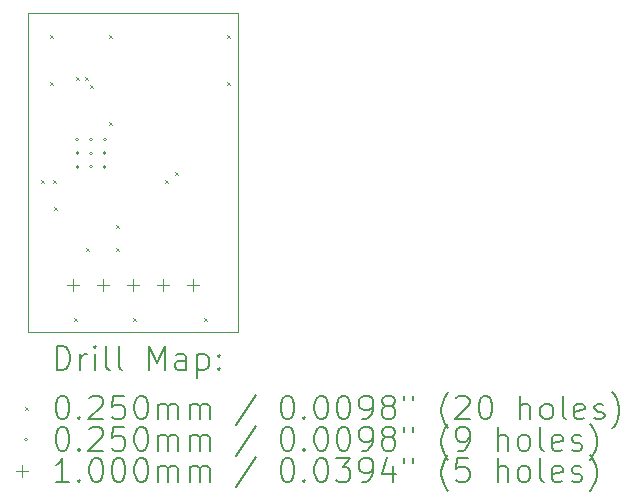
<source format=gbr>
%TF.GenerationSoftware,KiCad,Pcbnew,7.0.1*%
%TF.CreationDate,2023-05-11T16:25:53+02:00*%
%TF.ProjectId,Generic_Buck_Converter,47656e65-7269-4635-9f42-75636b5f436f,rev?*%
%TF.SameCoordinates,Original*%
%TF.FileFunction,Drillmap*%
%TF.FilePolarity,Positive*%
%FSLAX45Y45*%
G04 Gerber Fmt 4.5, Leading zero omitted, Abs format (unit mm)*
G04 Created by KiCad (PCBNEW 7.0.1) date 2023-05-11 16:25:53*
%MOMM*%
%LPD*%
G01*
G04 APERTURE LIST*
%ADD10C,0.100000*%
%ADD11C,0.200000*%
%ADD12C,0.025000*%
G04 APERTURE END LIST*
D10*
X10000000Y-10000000D02*
X11780000Y-10000000D01*
X11780000Y-12705000D01*
X10000000Y-12705000D01*
X10000000Y-10000000D01*
D11*
D12*
X10112500Y-11412500D02*
X10137500Y-11437500D01*
X10137500Y-11412500D02*
X10112500Y-11437500D01*
X10187500Y-10187500D02*
X10212500Y-10212500D01*
X10212500Y-10187500D02*
X10187500Y-10212500D01*
X10187500Y-10587500D02*
X10212500Y-10612500D01*
X10212500Y-10587500D02*
X10187500Y-10612500D01*
X10207500Y-11412500D02*
X10232500Y-11437500D01*
X10232500Y-11412500D02*
X10207500Y-11437500D01*
X10222500Y-11647500D02*
X10247500Y-11672500D01*
X10247500Y-11647500D02*
X10222500Y-11672500D01*
X10387500Y-12587500D02*
X10412500Y-12612500D01*
X10412500Y-12587500D02*
X10387500Y-12612500D01*
X10402500Y-10542500D02*
X10427500Y-10567500D01*
X10427500Y-10542500D02*
X10402500Y-10567500D01*
X10482500Y-10542500D02*
X10507500Y-10567500D01*
X10507500Y-10542500D02*
X10482500Y-10567500D01*
X10487500Y-11987500D02*
X10512500Y-12012500D01*
X10512500Y-11987500D02*
X10487500Y-12012500D01*
X10527500Y-10607500D02*
X10552500Y-10632500D01*
X10552500Y-10607500D02*
X10527500Y-10632500D01*
X10682500Y-10922500D02*
X10707500Y-10947500D01*
X10707500Y-10922500D02*
X10682500Y-10947500D01*
X10687500Y-10187500D02*
X10712500Y-10212500D01*
X10712500Y-10187500D02*
X10687500Y-10212500D01*
X10742500Y-11797500D02*
X10767500Y-11822500D01*
X10767500Y-11797500D02*
X10742500Y-11822500D01*
X10742500Y-11987500D02*
X10767500Y-12012500D01*
X10767500Y-11987500D02*
X10742500Y-12012500D01*
X10887500Y-12587500D02*
X10912500Y-12612500D01*
X10912500Y-12587500D02*
X10887500Y-12612500D01*
X11157500Y-11412500D02*
X11182500Y-11437500D01*
X11182500Y-11412500D02*
X11157500Y-11437500D01*
X11247500Y-11347500D02*
X11272500Y-11372500D01*
X11272500Y-11347500D02*
X11247500Y-11372500D01*
X11487500Y-12587500D02*
X11512500Y-12612500D01*
X11512500Y-12587500D02*
X11487500Y-12612500D01*
X11687500Y-10187500D02*
X11712500Y-10212500D01*
X11712500Y-10187500D02*
X11687500Y-10212500D01*
X11687500Y-10587500D02*
X11712500Y-10612500D01*
X11712500Y-10587500D02*
X11687500Y-10612500D01*
X10430000Y-11072500D02*
G75*
G03*
X10430000Y-11072500I-12500J0D01*
G01*
X10430000Y-11187500D02*
G75*
G03*
X10430000Y-11187500I-12500J0D01*
G01*
X10430000Y-11302500D02*
G75*
G03*
X10430000Y-11302500I-12500J0D01*
G01*
X10545000Y-11072500D02*
G75*
G03*
X10545000Y-11072500I-12500J0D01*
G01*
X10545000Y-11187500D02*
G75*
G03*
X10545000Y-11187500I-12500J0D01*
G01*
X10545000Y-11302500D02*
G75*
G03*
X10545000Y-11302500I-12500J0D01*
G01*
X10660000Y-11072500D02*
G75*
G03*
X10660000Y-11072500I-12500J0D01*
G01*
X10660000Y-11187500D02*
G75*
G03*
X10660000Y-11187500I-12500J0D01*
G01*
X10660000Y-11302500D02*
G75*
G03*
X10660000Y-11302500I-12500J0D01*
G01*
D10*
X10381500Y-12252500D02*
X10381500Y-12352500D01*
X10331500Y-12302500D02*
X10431500Y-12302500D01*
X10635500Y-12252500D02*
X10635500Y-12352500D01*
X10585500Y-12302500D02*
X10685500Y-12302500D01*
X10889500Y-12252500D02*
X10889500Y-12352500D01*
X10839500Y-12302500D02*
X10939500Y-12302500D01*
X11143500Y-12252500D02*
X11143500Y-12352500D01*
X11093500Y-12302500D02*
X11193500Y-12302500D01*
X11397500Y-12252500D02*
X11397500Y-12352500D01*
X11347500Y-12302500D02*
X11447500Y-12302500D01*
D11*
X10242619Y-13022524D02*
X10242619Y-12822524D01*
X10242619Y-12822524D02*
X10290238Y-12822524D01*
X10290238Y-12822524D02*
X10318810Y-12832048D01*
X10318810Y-12832048D02*
X10337857Y-12851095D01*
X10337857Y-12851095D02*
X10347381Y-12870143D01*
X10347381Y-12870143D02*
X10356905Y-12908238D01*
X10356905Y-12908238D02*
X10356905Y-12936809D01*
X10356905Y-12936809D02*
X10347381Y-12974905D01*
X10347381Y-12974905D02*
X10337857Y-12993952D01*
X10337857Y-12993952D02*
X10318810Y-13013000D01*
X10318810Y-13013000D02*
X10290238Y-13022524D01*
X10290238Y-13022524D02*
X10242619Y-13022524D01*
X10442619Y-13022524D02*
X10442619Y-12889190D01*
X10442619Y-12927286D02*
X10452143Y-12908238D01*
X10452143Y-12908238D02*
X10461667Y-12898714D01*
X10461667Y-12898714D02*
X10480714Y-12889190D01*
X10480714Y-12889190D02*
X10499762Y-12889190D01*
X10566429Y-13022524D02*
X10566429Y-12889190D01*
X10566429Y-12822524D02*
X10556905Y-12832048D01*
X10556905Y-12832048D02*
X10566429Y-12841571D01*
X10566429Y-12841571D02*
X10575952Y-12832048D01*
X10575952Y-12832048D02*
X10566429Y-12822524D01*
X10566429Y-12822524D02*
X10566429Y-12841571D01*
X10690238Y-13022524D02*
X10671190Y-13013000D01*
X10671190Y-13013000D02*
X10661667Y-12993952D01*
X10661667Y-12993952D02*
X10661667Y-12822524D01*
X10795000Y-13022524D02*
X10775952Y-13013000D01*
X10775952Y-13013000D02*
X10766429Y-12993952D01*
X10766429Y-12993952D02*
X10766429Y-12822524D01*
X11023571Y-13022524D02*
X11023571Y-12822524D01*
X11023571Y-12822524D02*
X11090238Y-12965381D01*
X11090238Y-12965381D02*
X11156905Y-12822524D01*
X11156905Y-12822524D02*
X11156905Y-13022524D01*
X11337857Y-13022524D02*
X11337857Y-12917762D01*
X11337857Y-12917762D02*
X11328333Y-12898714D01*
X11328333Y-12898714D02*
X11309286Y-12889190D01*
X11309286Y-12889190D02*
X11271190Y-12889190D01*
X11271190Y-12889190D02*
X11252143Y-12898714D01*
X11337857Y-13013000D02*
X11318809Y-13022524D01*
X11318809Y-13022524D02*
X11271190Y-13022524D01*
X11271190Y-13022524D02*
X11252143Y-13013000D01*
X11252143Y-13013000D02*
X11242619Y-12993952D01*
X11242619Y-12993952D02*
X11242619Y-12974905D01*
X11242619Y-12974905D02*
X11252143Y-12955857D01*
X11252143Y-12955857D02*
X11271190Y-12946333D01*
X11271190Y-12946333D02*
X11318809Y-12946333D01*
X11318809Y-12946333D02*
X11337857Y-12936809D01*
X11433095Y-12889190D02*
X11433095Y-13089190D01*
X11433095Y-12898714D02*
X11452143Y-12889190D01*
X11452143Y-12889190D02*
X11490238Y-12889190D01*
X11490238Y-12889190D02*
X11509286Y-12898714D01*
X11509286Y-12898714D02*
X11518809Y-12908238D01*
X11518809Y-12908238D02*
X11528333Y-12927286D01*
X11528333Y-12927286D02*
X11528333Y-12984428D01*
X11528333Y-12984428D02*
X11518809Y-13003476D01*
X11518809Y-13003476D02*
X11509286Y-13013000D01*
X11509286Y-13013000D02*
X11490238Y-13022524D01*
X11490238Y-13022524D02*
X11452143Y-13022524D01*
X11452143Y-13022524D02*
X11433095Y-13013000D01*
X11614048Y-13003476D02*
X11623571Y-13013000D01*
X11623571Y-13013000D02*
X11614048Y-13022524D01*
X11614048Y-13022524D02*
X11604524Y-13013000D01*
X11604524Y-13013000D02*
X11614048Y-13003476D01*
X11614048Y-13003476D02*
X11614048Y-13022524D01*
X11614048Y-12898714D02*
X11623571Y-12908238D01*
X11623571Y-12908238D02*
X11614048Y-12917762D01*
X11614048Y-12917762D02*
X11604524Y-12908238D01*
X11604524Y-12908238D02*
X11614048Y-12898714D01*
X11614048Y-12898714D02*
X11614048Y-12917762D01*
D12*
X9970000Y-13337500D02*
X9995000Y-13362500D01*
X9995000Y-13337500D02*
X9970000Y-13362500D01*
D11*
X10280714Y-13242524D02*
X10299762Y-13242524D01*
X10299762Y-13242524D02*
X10318810Y-13252048D01*
X10318810Y-13252048D02*
X10328333Y-13261571D01*
X10328333Y-13261571D02*
X10337857Y-13280619D01*
X10337857Y-13280619D02*
X10347381Y-13318714D01*
X10347381Y-13318714D02*
X10347381Y-13366333D01*
X10347381Y-13366333D02*
X10337857Y-13404428D01*
X10337857Y-13404428D02*
X10328333Y-13423476D01*
X10328333Y-13423476D02*
X10318810Y-13433000D01*
X10318810Y-13433000D02*
X10299762Y-13442524D01*
X10299762Y-13442524D02*
X10280714Y-13442524D01*
X10280714Y-13442524D02*
X10261667Y-13433000D01*
X10261667Y-13433000D02*
X10252143Y-13423476D01*
X10252143Y-13423476D02*
X10242619Y-13404428D01*
X10242619Y-13404428D02*
X10233095Y-13366333D01*
X10233095Y-13366333D02*
X10233095Y-13318714D01*
X10233095Y-13318714D02*
X10242619Y-13280619D01*
X10242619Y-13280619D02*
X10252143Y-13261571D01*
X10252143Y-13261571D02*
X10261667Y-13252048D01*
X10261667Y-13252048D02*
X10280714Y-13242524D01*
X10433095Y-13423476D02*
X10442619Y-13433000D01*
X10442619Y-13433000D02*
X10433095Y-13442524D01*
X10433095Y-13442524D02*
X10423571Y-13433000D01*
X10423571Y-13433000D02*
X10433095Y-13423476D01*
X10433095Y-13423476D02*
X10433095Y-13442524D01*
X10518810Y-13261571D02*
X10528333Y-13252048D01*
X10528333Y-13252048D02*
X10547381Y-13242524D01*
X10547381Y-13242524D02*
X10595000Y-13242524D01*
X10595000Y-13242524D02*
X10614048Y-13252048D01*
X10614048Y-13252048D02*
X10623571Y-13261571D01*
X10623571Y-13261571D02*
X10633095Y-13280619D01*
X10633095Y-13280619D02*
X10633095Y-13299667D01*
X10633095Y-13299667D02*
X10623571Y-13328238D01*
X10623571Y-13328238D02*
X10509286Y-13442524D01*
X10509286Y-13442524D02*
X10633095Y-13442524D01*
X10814048Y-13242524D02*
X10718810Y-13242524D01*
X10718810Y-13242524D02*
X10709286Y-13337762D01*
X10709286Y-13337762D02*
X10718810Y-13328238D01*
X10718810Y-13328238D02*
X10737857Y-13318714D01*
X10737857Y-13318714D02*
X10785476Y-13318714D01*
X10785476Y-13318714D02*
X10804524Y-13328238D01*
X10804524Y-13328238D02*
X10814048Y-13337762D01*
X10814048Y-13337762D02*
X10823571Y-13356809D01*
X10823571Y-13356809D02*
X10823571Y-13404428D01*
X10823571Y-13404428D02*
X10814048Y-13423476D01*
X10814048Y-13423476D02*
X10804524Y-13433000D01*
X10804524Y-13433000D02*
X10785476Y-13442524D01*
X10785476Y-13442524D02*
X10737857Y-13442524D01*
X10737857Y-13442524D02*
X10718810Y-13433000D01*
X10718810Y-13433000D02*
X10709286Y-13423476D01*
X10947381Y-13242524D02*
X10966429Y-13242524D01*
X10966429Y-13242524D02*
X10985476Y-13252048D01*
X10985476Y-13252048D02*
X10995000Y-13261571D01*
X10995000Y-13261571D02*
X11004524Y-13280619D01*
X11004524Y-13280619D02*
X11014048Y-13318714D01*
X11014048Y-13318714D02*
X11014048Y-13366333D01*
X11014048Y-13366333D02*
X11004524Y-13404428D01*
X11004524Y-13404428D02*
X10995000Y-13423476D01*
X10995000Y-13423476D02*
X10985476Y-13433000D01*
X10985476Y-13433000D02*
X10966429Y-13442524D01*
X10966429Y-13442524D02*
X10947381Y-13442524D01*
X10947381Y-13442524D02*
X10928333Y-13433000D01*
X10928333Y-13433000D02*
X10918810Y-13423476D01*
X10918810Y-13423476D02*
X10909286Y-13404428D01*
X10909286Y-13404428D02*
X10899762Y-13366333D01*
X10899762Y-13366333D02*
X10899762Y-13318714D01*
X10899762Y-13318714D02*
X10909286Y-13280619D01*
X10909286Y-13280619D02*
X10918810Y-13261571D01*
X10918810Y-13261571D02*
X10928333Y-13252048D01*
X10928333Y-13252048D02*
X10947381Y-13242524D01*
X11099762Y-13442524D02*
X11099762Y-13309190D01*
X11099762Y-13328238D02*
X11109286Y-13318714D01*
X11109286Y-13318714D02*
X11128333Y-13309190D01*
X11128333Y-13309190D02*
X11156905Y-13309190D01*
X11156905Y-13309190D02*
X11175952Y-13318714D01*
X11175952Y-13318714D02*
X11185476Y-13337762D01*
X11185476Y-13337762D02*
X11185476Y-13442524D01*
X11185476Y-13337762D02*
X11195000Y-13318714D01*
X11195000Y-13318714D02*
X11214048Y-13309190D01*
X11214048Y-13309190D02*
X11242619Y-13309190D01*
X11242619Y-13309190D02*
X11261667Y-13318714D01*
X11261667Y-13318714D02*
X11271190Y-13337762D01*
X11271190Y-13337762D02*
X11271190Y-13442524D01*
X11366429Y-13442524D02*
X11366429Y-13309190D01*
X11366429Y-13328238D02*
X11375952Y-13318714D01*
X11375952Y-13318714D02*
X11395000Y-13309190D01*
X11395000Y-13309190D02*
X11423571Y-13309190D01*
X11423571Y-13309190D02*
X11442619Y-13318714D01*
X11442619Y-13318714D02*
X11452143Y-13337762D01*
X11452143Y-13337762D02*
X11452143Y-13442524D01*
X11452143Y-13337762D02*
X11461667Y-13318714D01*
X11461667Y-13318714D02*
X11480714Y-13309190D01*
X11480714Y-13309190D02*
X11509286Y-13309190D01*
X11509286Y-13309190D02*
X11528333Y-13318714D01*
X11528333Y-13318714D02*
X11537857Y-13337762D01*
X11537857Y-13337762D02*
X11537857Y-13442524D01*
X11928333Y-13233000D02*
X11756905Y-13490143D01*
X12185476Y-13242524D02*
X12204524Y-13242524D01*
X12204524Y-13242524D02*
X12223572Y-13252048D01*
X12223572Y-13252048D02*
X12233095Y-13261571D01*
X12233095Y-13261571D02*
X12242619Y-13280619D01*
X12242619Y-13280619D02*
X12252143Y-13318714D01*
X12252143Y-13318714D02*
X12252143Y-13366333D01*
X12252143Y-13366333D02*
X12242619Y-13404428D01*
X12242619Y-13404428D02*
X12233095Y-13423476D01*
X12233095Y-13423476D02*
X12223572Y-13433000D01*
X12223572Y-13433000D02*
X12204524Y-13442524D01*
X12204524Y-13442524D02*
X12185476Y-13442524D01*
X12185476Y-13442524D02*
X12166429Y-13433000D01*
X12166429Y-13433000D02*
X12156905Y-13423476D01*
X12156905Y-13423476D02*
X12147381Y-13404428D01*
X12147381Y-13404428D02*
X12137857Y-13366333D01*
X12137857Y-13366333D02*
X12137857Y-13318714D01*
X12137857Y-13318714D02*
X12147381Y-13280619D01*
X12147381Y-13280619D02*
X12156905Y-13261571D01*
X12156905Y-13261571D02*
X12166429Y-13252048D01*
X12166429Y-13252048D02*
X12185476Y-13242524D01*
X12337857Y-13423476D02*
X12347381Y-13433000D01*
X12347381Y-13433000D02*
X12337857Y-13442524D01*
X12337857Y-13442524D02*
X12328333Y-13433000D01*
X12328333Y-13433000D02*
X12337857Y-13423476D01*
X12337857Y-13423476D02*
X12337857Y-13442524D01*
X12471191Y-13242524D02*
X12490238Y-13242524D01*
X12490238Y-13242524D02*
X12509286Y-13252048D01*
X12509286Y-13252048D02*
X12518810Y-13261571D01*
X12518810Y-13261571D02*
X12528333Y-13280619D01*
X12528333Y-13280619D02*
X12537857Y-13318714D01*
X12537857Y-13318714D02*
X12537857Y-13366333D01*
X12537857Y-13366333D02*
X12528333Y-13404428D01*
X12528333Y-13404428D02*
X12518810Y-13423476D01*
X12518810Y-13423476D02*
X12509286Y-13433000D01*
X12509286Y-13433000D02*
X12490238Y-13442524D01*
X12490238Y-13442524D02*
X12471191Y-13442524D01*
X12471191Y-13442524D02*
X12452143Y-13433000D01*
X12452143Y-13433000D02*
X12442619Y-13423476D01*
X12442619Y-13423476D02*
X12433095Y-13404428D01*
X12433095Y-13404428D02*
X12423572Y-13366333D01*
X12423572Y-13366333D02*
X12423572Y-13318714D01*
X12423572Y-13318714D02*
X12433095Y-13280619D01*
X12433095Y-13280619D02*
X12442619Y-13261571D01*
X12442619Y-13261571D02*
X12452143Y-13252048D01*
X12452143Y-13252048D02*
X12471191Y-13242524D01*
X12661667Y-13242524D02*
X12680714Y-13242524D01*
X12680714Y-13242524D02*
X12699762Y-13252048D01*
X12699762Y-13252048D02*
X12709286Y-13261571D01*
X12709286Y-13261571D02*
X12718810Y-13280619D01*
X12718810Y-13280619D02*
X12728333Y-13318714D01*
X12728333Y-13318714D02*
X12728333Y-13366333D01*
X12728333Y-13366333D02*
X12718810Y-13404428D01*
X12718810Y-13404428D02*
X12709286Y-13423476D01*
X12709286Y-13423476D02*
X12699762Y-13433000D01*
X12699762Y-13433000D02*
X12680714Y-13442524D01*
X12680714Y-13442524D02*
X12661667Y-13442524D01*
X12661667Y-13442524D02*
X12642619Y-13433000D01*
X12642619Y-13433000D02*
X12633095Y-13423476D01*
X12633095Y-13423476D02*
X12623572Y-13404428D01*
X12623572Y-13404428D02*
X12614048Y-13366333D01*
X12614048Y-13366333D02*
X12614048Y-13318714D01*
X12614048Y-13318714D02*
X12623572Y-13280619D01*
X12623572Y-13280619D02*
X12633095Y-13261571D01*
X12633095Y-13261571D02*
X12642619Y-13252048D01*
X12642619Y-13252048D02*
X12661667Y-13242524D01*
X12823572Y-13442524D02*
X12861667Y-13442524D01*
X12861667Y-13442524D02*
X12880714Y-13433000D01*
X12880714Y-13433000D02*
X12890238Y-13423476D01*
X12890238Y-13423476D02*
X12909286Y-13394905D01*
X12909286Y-13394905D02*
X12918810Y-13356809D01*
X12918810Y-13356809D02*
X12918810Y-13280619D01*
X12918810Y-13280619D02*
X12909286Y-13261571D01*
X12909286Y-13261571D02*
X12899762Y-13252048D01*
X12899762Y-13252048D02*
X12880714Y-13242524D01*
X12880714Y-13242524D02*
X12842619Y-13242524D01*
X12842619Y-13242524D02*
X12823572Y-13252048D01*
X12823572Y-13252048D02*
X12814048Y-13261571D01*
X12814048Y-13261571D02*
X12804524Y-13280619D01*
X12804524Y-13280619D02*
X12804524Y-13328238D01*
X12804524Y-13328238D02*
X12814048Y-13347286D01*
X12814048Y-13347286D02*
X12823572Y-13356809D01*
X12823572Y-13356809D02*
X12842619Y-13366333D01*
X12842619Y-13366333D02*
X12880714Y-13366333D01*
X12880714Y-13366333D02*
X12899762Y-13356809D01*
X12899762Y-13356809D02*
X12909286Y-13347286D01*
X12909286Y-13347286D02*
X12918810Y-13328238D01*
X13033095Y-13328238D02*
X13014048Y-13318714D01*
X13014048Y-13318714D02*
X13004524Y-13309190D01*
X13004524Y-13309190D02*
X12995000Y-13290143D01*
X12995000Y-13290143D02*
X12995000Y-13280619D01*
X12995000Y-13280619D02*
X13004524Y-13261571D01*
X13004524Y-13261571D02*
X13014048Y-13252048D01*
X13014048Y-13252048D02*
X13033095Y-13242524D01*
X13033095Y-13242524D02*
X13071191Y-13242524D01*
X13071191Y-13242524D02*
X13090238Y-13252048D01*
X13090238Y-13252048D02*
X13099762Y-13261571D01*
X13099762Y-13261571D02*
X13109286Y-13280619D01*
X13109286Y-13280619D02*
X13109286Y-13290143D01*
X13109286Y-13290143D02*
X13099762Y-13309190D01*
X13099762Y-13309190D02*
X13090238Y-13318714D01*
X13090238Y-13318714D02*
X13071191Y-13328238D01*
X13071191Y-13328238D02*
X13033095Y-13328238D01*
X13033095Y-13328238D02*
X13014048Y-13337762D01*
X13014048Y-13337762D02*
X13004524Y-13347286D01*
X13004524Y-13347286D02*
X12995000Y-13366333D01*
X12995000Y-13366333D02*
X12995000Y-13404428D01*
X12995000Y-13404428D02*
X13004524Y-13423476D01*
X13004524Y-13423476D02*
X13014048Y-13433000D01*
X13014048Y-13433000D02*
X13033095Y-13442524D01*
X13033095Y-13442524D02*
X13071191Y-13442524D01*
X13071191Y-13442524D02*
X13090238Y-13433000D01*
X13090238Y-13433000D02*
X13099762Y-13423476D01*
X13099762Y-13423476D02*
X13109286Y-13404428D01*
X13109286Y-13404428D02*
X13109286Y-13366333D01*
X13109286Y-13366333D02*
X13099762Y-13347286D01*
X13099762Y-13347286D02*
X13090238Y-13337762D01*
X13090238Y-13337762D02*
X13071191Y-13328238D01*
X13185476Y-13242524D02*
X13185476Y-13280619D01*
X13261667Y-13242524D02*
X13261667Y-13280619D01*
X13556905Y-13518714D02*
X13547381Y-13509190D01*
X13547381Y-13509190D02*
X13528334Y-13480619D01*
X13528334Y-13480619D02*
X13518810Y-13461571D01*
X13518810Y-13461571D02*
X13509286Y-13433000D01*
X13509286Y-13433000D02*
X13499762Y-13385381D01*
X13499762Y-13385381D02*
X13499762Y-13347286D01*
X13499762Y-13347286D02*
X13509286Y-13299667D01*
X13509286Y-13299667D02*
X13518810Y-13271095D01*
X13518810Y-13271095D02*
X13528334Y-13252048D01*
X13528334Y-13252048D02*
X13547381Y-13223476D01*
X13547381Y-13223476D02*
X13556905Y-13213952D01*
X13623572Y-13261571D02*
X13633095Y-13252048D01*
X13633095Y-13252048D02*
X13652143Y-13242524D01*
X13652143Y-13242524D02*
X13699762Y-13242524D01*
X13699762Y-13242524D02*
X13718810Y-13252048D01*
X13718810Y-13252048D02*
X13728334Y-13261571D01*
X13728334Y-13261571D02*
X13737857Y-13280619D01*
X13737857Y-13280619D02*
X13737857Y-13299667D01*
X13737857Y-13299667D02*
X13728334Y-13328238D01*
X13728334Y-13328238D02*
X13614048Y-13442524D01*
X13614048Y-13442524D02*
X13737857Y-13442524D01*
X13861667Y-13242524D02*
X13880715Y-13242524D01*
X13880715Y-13242524D02*
X13899762Y-13252048D01*
X13899762Y-13252048D02*
X13909286Y-13261571D01*
X13909286Y-13261571D02*
X13918810Y-13280619D01*
X13918810Y-13280619D02*
X13928334Y-13318714D01*
X13928334Y-13318714D02*
X13928334Y-13366333D01*
X13928334Y-13366333D02*
X13918810Y-13404428D01*
X13918810Y-13404428D02*
X13909286Y-13423476D01*
X13909286Y-13423476D02*
X13899762Y-13433000D01*
X13899762Y-13433000D02*
X13880715Y-13442524D01*
X13880715Y-13442524D02*
X13861667Y-13442524D01*
X13861667Y-13442524D02*
X13842619Y-13433000D01*
X13842619Y-13433000D02*
X13833095Y-13423476D01*
X13833095Y-13423476D02*
X13823572Y-13404428D01*
X13823572Y-13404428D02*
X13814048Y-13366333D01*
X13814048Y-13366333D02*
X13814048Y-13318714D01*
X13814048Y-13318714D02*
X13823572Y-13280619D01*
X13823572Y-13280619D02*
X13833095Y-13261571D01*
X13833095Y-13261571D02*
X13842619Y-13252048D01*
X13842619Y-13252048D02*
X13861667Y-13242524D01*
X14166429Y-13442524D02*
X14166429Y-13242524D01*
X14252143Y-13442524D02*
X14252143Y-13337762D01*
X14252143Y-13337762D02*
X14242619Y-13318714D01*
X14242619Y-13318714D02*
X14223572Y-13309190D01*
X14223572Y-13309190D02*
X14195000Y-13309190D01*
X14195000Y-13309190D02*
X14175953Y-13318714D01*
X14175953Y-13318714D02*
X14166429Y-13328238D01*
X14375953Y-13442524D02*
X14356905Y-13433000D01*
X14356905Y-13433000D02*
X14347381Y-13423476D01*
X14347381Y-13423476D02*
X14337857Y-13404428D01*
X14337857Y-13404428D02*
X14337857Y-13347286D01*
X14337857Y-13347286D02*
X14347381Y-13328238D01*
X14347381Y-13328238D02*
X14356905Y-13318714D01*
X14356905Y-13318714D02*
X14375953Y-13309190D01*
X14375953Y-13309190D02*
X14404524Y-13309190D01*
X14404524Y-13309190D02*
X14423572Y-13318714D01*
X14423572Y-13318714D02*
X14433096Y-13328238D01*
X14433096Y-13328238D02*
X14442619Y-13347286D01*
X14442619Y-13347286D02*
X14442619Y-13404428D01*
X14442619Y-13404428D02*
X14433096Y-13423476D01*
X14433096Y-13423476D02*
X14423572Y-13433000D01*
X14423572Y-13433000D02*
X14404524Y-13442524D01*
X14404524Y-13442524D02*
X14375953Y-13442524D01*
X14556905Y-13442524D02*
X14537857Y-13433000D01*
X14537857Y-13433000D02*
X14528334Y-13413952D01*
X14528334Y-13413952D02*
X14528334Y-13242524D01*
X14709286Y-13433000D02*
X14690238Y-13442524D01*
X14690238Y-13442524D02*
X14652143Y-13442524D01*
X14652143Y-13442524D02*
X14633096Y-13433000D01*
X14633096Y-13433000D02*
X14623572Y-13413952D01*
X14623572Y-13413952D02*
X14623572Y-13337762D01*
X14623572Y-13337762D02*
X14633096Y-13318714D01*
X14633096Y-13318714D02*
X14652143Y-13309190D01*
X14652143Y-13309190D02*
X14690238Y-13309190D01*
X14690238Y-13309190D02*
X14709286Y-13318714D01*
X14709286Y-13318714D02*
X14718810Y-13337762D01*
X14718810Y-13337762D02*
X14718810Y-13356809D01*
X14718810Y-13356809D02*
X14623572Y-13375857D01*
X14795000Y-13433000D02*
X14814048Y-13442524D01*
X14814048Y-13442524D02*
X14852143Y-13442524D01*
X14852143Y-13442524D02*
X14871191Y-13433000D01*
X14871191Y-13433000D02*
X14880715Y-13413952D01*
X14880715Y-13413952D02*
X14880715Y-13404428D01*
X14880715Y-13404428D02*
X14871191Y-13385381D01*
X14871191Y-13385381D02*
X14852143Y-13375857D01*
X14852143Y-13375857D02*
X14823572Y-13375857D01*
X14823572Y-13375857D02*
X14804524Y-13366333D01*
X14804524Y-13366333D02*
X14795000Y-13347286D01*
X14795000Y-13347286D02*
X14795000Y-13337762D01*
X14795000Y-13337762D02*
X14804524Y-13318714D01*
X14804524Y-13318714D02*
X14823572Y-13309190D01*
X14823572Y-13309190D02*
X14852143Y-13309190D01*
X14852143Y-13309190D02*
X14871191Y-13318714D01*
X14947381Y-13518714D02*
X14956905Y-13509190D01*
X14956905Y-13509190D02*
X14975953Y-13480619D01*
X14975953Y-13480619D02*
X14985477Y-13461571D01*
X14985477Y-13461571D02*
X14995000Y-13433000D01*
X14995000Y-13433000D02*
X15004524Y-13385381D01*
X15004524Y-13385381D02*
X15004524Y-13347286D01*
X15004524Y-13347286D02*
X14995000Y-13299667D01*
X14995000Y-13299667D02*
X14985477Y-13271095D01*
X14985477Y-13271095D02*
X14975953Y-13252048D01*
X14975953Y-13252048D02*
X14956905Y-13223476D01*
X14956905Y-13223476D02*
X14947381Y-13213952D01*
D12*
X9995000Y-13614000D02*
G75*
G03*
X9995000Y-13614000I-12500J0D01*
G01*
D11*
X10280714Y-13506524D02*
X10299762Y-13506524D01*
X10299762Y-13506524D02*
X10318810Y-13516048D01*
X10318810Y-13516048D02*
X10328333Y-13525571D01*
X10328333Y-13525571D02*
X10337857Y-13544619D01*
X10337857Y-13544619D02*
X10347381Y-13582714D01*
X10347381Y-13582714D02*
X10347381Y-13630333D01*
X10347381Y-13630333D02*
X10337857Y-13668428D01*
X10337857Y-13668428D02*
X10328333Y-13687476D01*
X10328333Y-13687476D02*
X10318810Y-13697000D01*
X10318810Y-13697000D02*
X10299762Y-13706524D01*
X10299762Y-13706524D02*
X10280714Y-13706524D01*
X10280714Y-13706524D02*
X10261667Y-13697000D01*
X10261667Y-13697000D02*
X10252143Y-13687476D01*
X10252143Y-13687476D02*
X10242619Y-13668428D01*
X10242619Y-13668428D02*
X10233095Y-13630333D01*
X10233095Y-13630333D02*
X10233095Y-13582714D01*
X10233095Y-13582714D02*
X10242619Y-13544619D01*
X10242619Y-13544619D02*
X10252143Y-13525571D01*
X10252143Y-13525571D02*
X10261667Y-13516048D01*
X10261667Y-13516048D02*
X10280714Y-13506524D01*
X10433095Y-13687476D02*
X10442619Y-13697000D01*
X10442619Y-13697000D02*
X10433095Y-13706524D01*
X10433095Y-13706524D02*
X10423571Y-13697000D01*
X10423571Y-13697000D02*
X10433095Y-13687476D01*
X10433095Y-13687476D02*
X10433095Y-13706524D01*
X10518810Y-13525571D02*
X10528333Y-13516048D01*
X10528333Y-13516048D02*
X10547381Y-13506524D01*
X10547381Y-13506524D02*
X10595000Y-13506524D01*
X10595000Y-13506524D02*
X10614048Y-13516048D01*
X10614048Y-13516048D02*
X10623571Y-13525571D01*
X10623571Y-13525571D02*
X10633095Y-13544619D01*
X10633095Y-13544619D02*
X10633095Y-13563667D01*
X10633095Y-13563667D02*
X10623571Y-13592238D01*
X10623571Y-13592238D02*
X10509286Y-13706524D01*
X10509286Y-13706524D02*
X10633095Y-13706524D01*
X10814048Y-13506524D02*
X10718810Y-13506524D01*
X10718810Y-13506524D02*
X10709286Y-13601762D01*
X10709286Y-13601762D02*
X10718810Y-13592238D01*
X10718810Y-13592238D02*
X10737857Y-13582714D01*
X10737857Y-13582714D02*
X10785476Y-13582714D01*
X10785476Y-13582714D02*
X10804524Y-13592238D01*
X10804524Y-13592238D02*
X10814048Y-13601762D01*
X10814048Y-13601762D02*
X10823571Y-13620809D01*
X10823571Y-13620809D02*
X10823571Y-13668428D01*
X10823571Y-13668428D02*
X10814048Y-13687476D01*
X10814048Y-13687476D02*
X10804524Y-13697000D01*
X10804524Y-13697000D02*
X10785476Y-13706524D01*
X10785476Y-13706524D02*
X10737857Y-13706524D01*
X10737857Y-13706524D02*
X10718810Y-13697000D01*
X10718810Y-13697000D02*
X10709286Y-13687476D01*
X10947381Y-13506524D02*
X10966429Y-13506524D01*
X10966429Y-13506524D02*
X10985476Y-13516048D01*
X10985476Y-13516048D02*
X10995000Y-13525571D01*
X10995000Y-13525571D02*
X11004524Y-13544619D01*
X11004524Y-13544619D02*
X11014048Y-13582714D01*
X11014048Y-13582714D02*
X11014048Y-13630333D01*
X11014048Y-13630333D02*
X11004524Y-13668428D01*
X11004524Y-13668428D02*
X10995000Y-13687476D01*
X10995000Y-13687476D02*
X10985476Y-13697000D01*
X10985476Y-13697000D02*
X10966429Y-13706524D01*
X10966429Y-13706524D02*
X10947381Y-13706524D01*
X10947381Y-13706524D02*
X10928333Y-13697000D01*
X10928333Y-13697000D02*
X10918810Y-13687476D01*
X10918810Y-13687476D02*
X10909286Y-13668428D01*
X10909286Y-13668428D02*
X10899762Y-13630333D01*
X10899762Y-13630333D02*
X10899762Y-13582714D01*
X10899762Y-13582714D02*
X10909286Y-13544619D01*
X10909286Y-13544619D02*
X10918810Y-13525571D01*
X10918810Y-13525571D02*
X10928333Y-13516048D01*
X10928333Y-13516048D02*
X10947381Y-13506524D01*
X11099762Y-13706524D02*
X11099762Y-13573190D01*
X11099762Y-13592238D02*
X11109286Y-13582714D01*
X11109286Y-13582714D02*
X11128333Y-13573190D01*
X11128333Y-13573190D02*
X11156905Y-13573190D01*
X11156905Y-13573190D02*
X11175952Y-13582714D01*
X11175952Y-13582714D02*
X11185476Y-13601762D01*
X11185476Y-13601762D02*
X11185476Y-13706524D01*
X11185476Y-13601762D02*
X11195000Y-13582714D01*
X11195000Y-13582714D02*
X11214048Y-13573190D01*
X11214048Y-13573190D02*
X11242619Y-13573190D01*
X11242619Y-13573190D02*
X11261667Y-13582714D01*
X11261667Y-13582714D02*
X11271190Y-13601762D01*
X11271190Y-13601762D02*
X11271190Y-13706524D01*
X11366429Y-13706524D02*
X11366429Y-13573190D01*
X11366429Y-13592238D02*
X11375952Y-13582714D01*
X11375952Y-13582714D02*
X11395000Y-13573190D01*
X11395000Y-13573190D02*
X11423571Y-13573190D01*
X11423571Y-13573190D02*
X11442619Y-13582714D01*
X11442619Y-13582714D02*
X11452143Y-13601762D01*
X11452143Y-13601762D02*
X11452143Y-13706524D01*
X11452143Y-13601762D02*
X11461667Y-13582714D01*
X11461667Y-13582714D02*
X11480714Y-13573190D01*
X11480714Y-13573190D02*
X11509286Y-13573190D01*
X11509286Y-13573190D02*
X11528333Y-13582714D01*
X11528333Y-13582714D02*
X11537857Y-13601762D01*
X11537857Y-13601762D02*
X11537857Y-13706524D01*
X11928333Y-13497000D02*
X11756905Y-13754143D01*
X12185476Y-13506524D02*
X12204524Y-13506524D01*
X12204524Y-13506524D02*
X12223572Y-13516048D01*
X12223572Y-13516048D02*
X12233095Y-13525571D01*
X12233095Y-13525571D02*
X12242619Y-13544619D01*
X12242619Y-13544619D02*
X12252143Y-13582714D01*
X12252143Y-13582714D02*
X12252143Y-13630333D01*
X12252143Y-13630333D02*
X12242619Y-13668428D01*
X12242619Y-13668428D02*
X12233095Y-13687476D01*
X12233095Y-13687476D02*
X12223572Y-13697000D01*
X12223572Y-13697000D02*
X12204524Y-13706524D01*
X12204524Y-13706524D02*
X12185476Y-13706524D01*
X12185476Y-13706524D02*
X12166429Y-13697000D01*
X12166429Y-13697000D02*
X12156905Y-13687476D01*
X12156905Y-13687476D02*
X12147381Y-13668428D01*
X12147381Y-13668428D02*
X12137857Y-13630333D01*
X12137857Y-13630333D02*
X12137857Y-13582714D01*
X12137857Y-13582714D02*
X12147381Y-13544619D01*
X12147381Y-13544619D02*
X12156905Y-13525571D01*
X12156905Y-13525571D02*
X12166429Y-13516048D01*
X12166429Y-13516048D02*
X12185476Y-13506524D01*
X12337857Y-13687476D02*
X12347381Y-13697000D01*
X12347381Y-13697000D02*
X12337857Y-13706524D01*
X12337857Y-13706524D02*
X12328333Y-13697000D01*
X12328333Y-13697000D02*
X12337857Y-13687476D01*
X12337857Y-13687476D02*
X12337857Y-13706524D01*
X12471191Y-13506524D02*
X12490238Y-13506524D01*
X12490238Y-13506524D02*
X12509286Y-13516048D01*
X12509286Y-13516048D02*
X12518810Y-13525571D01*
X12518810Y-13525571D02*
X12528333Y-13544619D01*
X12528333Y-13544619D02*
X12537857Y-13582714D01*
X12537857Y-13582714D02*
X12537857Y-13630333D01*
X12537857Y-13630333D02*
X12528333Y-13668428D01*
X12528333Y-13668428D02*
X12518810Y-13687476D01*
X12518810Y-13687476D02*
X12509286Y-13697000D01*
X12509286Y-13697000D02*
X12490238Y-13706524D01*
X12490238Y-13706524D02*
X12471191Y-13706524D01*
X12471191Y-13706524D02*
X12452143Y-13697000D01*
X12452143Y-13697000D02*
X12442619Y-13687476D01*
X12442619Y-13687476D02*
X12433095Y-13668428D01*
X12433095Y-13668428D02*
X12423572Y-13630333D01*
X12423572Y-13630333D02*
X12423572Y-13582714D01*
X12423572Y-13582714D02*
X12433095Y-13544619D01*
X12433095Y-13544619D02*
X12442619Y-13525571D01*
X12442619Y-13525571D02*
X12452143Y-13516048D01*
X12452143Y-13516048D02*
X12471191Y-13506524D01*
X12661667Y-13506524D02*
X12680714Y-13506524D01*
X12680714Y-13506524D02*
X12699762Y-13516048D01*
X12699762Y-13516048D02*
X12709286Y-13525571D01*
X12709286Y-13525571D02*
X12718810Y-13544619D01*
X12718810Y-13544619D02*
X12728333Y-13582714D01*
X12728333Y-13582714D02*
X12728333Y-13630333D01*
X12728333Y-13630333D02*
X12718810Y-13668428D01*
X12718810Y-13668428D02*
X12709286Y-13687476D01*
X12709286Y-13687476D02*
X12699762Y-13697000D01*
X12699762Y-13697000D02*
X12680714Y-13706524D01*
X12680714Y-13706524D02*
X12661667Y-13706524D01*
X12661667Y-13706524D02*
X12642619Y-13697000D01*
X12642619Y-13697000D02*
X12633095Y-13687476D01*
X12633095Y-13687476D02*
X12623572Y-13668428D01*
X12623572Y-13668428D02*
X12614048Y-13630333D01*
X12614048Y-13630333D02*
X12614048Y-13582714D01*
X12614048Y-13582714D02*
X12623572Y-13544619D01*
X12623572Y-13544619D02*
X12633095Y-13525571D01*
X12633095Y-13525571D02*
X12642619Y-13516048D01*
X12642619Y-13516048D02*
X12661667Y-13506524D01*
X12823572Y-13706524D02*
X12861667Y-13706524D01*
X12861667Y-13706524D02*
X12880714Y-13697000D01*
X12880714Y-13697000D02*
X12890238Y-13687476D01*
X12890238Y-13687476D02*
X12909286Y-13658905D01*
X12909286Y-13658905D02*
X12918810Y-13620809D01*
X12918810Y-13620809D02*
X12918810Y-13544619D01*
X12918810Y-13544619D02*
X12909286Y-13525571D01*
X12909286Y-13525571D02*
X12899762Y-13516048D01*
X12899762Y-13516048D02*
X12880714Y-13506524D01*
X12880714Y-13506524D02*
X12842619Y-13506524D01*
X12842619Y-13506524D02*
X12823572Y-13516048D01*
X12823572Y-13516048D02*
X12814048Y-13525571D01*
X12814048Y-13525571D02*
X12804524Y-13544619D01*
X12804524Y-13544619D02*
X12804524Y-13592238D01*
X12804524Y-13592238D02*
X12814048Y-13611286D01*
X12814048Y-13611286D02*
X12823572Y-13620809D01*
X12823572Y-13620809D02*
X12842619Y-13630333D01*
X12842619Y-13630333D02*
X12880714Y-13630333D01*
X12880714Y-13630333D02*
X12899762Y-13620809D01*
X12899762Y-13620809D02*
X12909286Y-13611286D01*
X12909286Y-13611286D02*
X12918810Y-13592238D01*
X13033095Y-13592238D02*
X13014048Y-13582714D01*
X13014048Y-13582714D02*
X13004524Y-13573190D01*
X13004524Y-13573190D02*
X12995000Y-13554143D01*
X12995000Y-13554143D02*
X12995000Y-13544619D01*
X12995000Y-13544619D02*
X13004524Y-13525571D01*
X13004524Y-13525571D02*
X13014048Y-13516048D01*
X13014048Y-13516048D02*
X13033095Y-13506524D01*
X13033095Y-13506524D02*
X13071191Y-13506524D01*
X13071191Y-13506524D02*
X13090238Y-13516048D01*
X13090238Y-13516048D02*
X13099762Y-13525571D01*
X13099762Y-13525571D02*
X13109286Y-13544619D01*
X13109286Y-13544619D02*
X13109286Y-13554143D01*
X13109286Y-13554143D02*
X13099762Y-13573190D01*
X13099762Y-13573190D02*
X13090238Y-13582714D01*
X13090238Y-13582714D02*
X13071191Y-13592238D01*
X13071191Y-13592238D02*
X13033095Y-13592238D01*
X13033095Y-13592238D02*
X13014048Y-13601762D01*
X13014048Y-13601762D02*
X13004524Y-13611286D01*
X13004524Y-13611286D02*
X12995000Y-13630333D01*
X12995000Y-13630333D02*
X12995000Y-13668428D01*
X12995000Y-13668428D02*
X13004524Y-13687476D01*
X13004524Y-13687476D02*
X13014048Y-13697000D01*
X13014048Y-13697000D02*
X13033095Y-13706524D01*
X13033095Y-13706524D02*
X13071191Y-13706524D01*
X13071191Y-13706524D02*
X13090238Y-13697000D01*
X13090238Y-13697000D02*
X13099762Y-13687476D01*
X13099762Y-13687476D02*
X13109286Y-13668428D01*
X13109286Y-13668428D02*
X13109286Y-13630333D01*
X13109286Y-13630333D02*
X13099762Y-13611286D01*
X13099762Y-13611286D02*
X13090238Y-13601762D01*
X13090238Y-13601762D02*
X13071191Y-13592238D01*
X13185476Y-13506524D02*
X13185476Y-13544619D01*
X13261667Y-13506524D02*
X13261667Y-13544619D01*
X13556905Y-13782714D02*
X13547381Y-13773190D01*
X13547381Y-13773190D02*
X13528334Y-13744619D01*
X13528334Y-13744619D02*
X13518810Y-13725571D01*
X13518810Y-13725571D02*
X13509286Y-13697000D01*
X13509286Y-13697000D02*
X13499762Y-13649381D01*
X13499762Y-13649381D02*
X13499762Y-13611286D01*
X13499762Y-13611286D02*
X13509286Y-13563667D01*
X13509286Y-13563667D02*
X13518810Y-13535095D01*
X13518810Y-13535095D02*
X13528334Y-13516048D01*
X13528334Y-13516048D02*
X13547381Y-13487476D01*
X13547381Y-13487476D02*
X13556905Y-13477952D01*
X13642619Y-13706524D02*
X13680714Y-13706524D01*
X13680714Y-13706524D02*
X13699762Y-13697000D01*
X13699762Y-13697000D02*
X13709286Y-13687476D01*
X13709286Y-13687476D02*
X13728334Y-13658905D01*
X13728334Y-13658905D02*
X13737857Y-13620809D01*
X13737857Y-13620809D02*
X13737857Y-13544619D01*
X13737857Y-13544619D02*
X13728334Y-13525571D01*
X13728334Y-13525571D02*
X13718810Y-13516048D01*
X13718810Y-13516048D02*
X13699762Y-13506524D01*
X13699762Y-13506524D02*
X13661667Y-13506524D01*
X13661667Y-13506524D02*
X13642619Y-13516048D01*
X13642619Y-13516048D02*
X13633095Y-13525571D01*
X13633095Y-13525571D02*
X13623572Y-13544619D01*
X13623572Y-13544619D02*
X13623572Y-13592238D01*
X13623572Y-13592238D02*
X13633095Y-13611286D01*
X13633095Y-13611286D02*
X13642619Y-13620809D01*
X13642619Y-13620809D02*
X13661667Y-13630333D01*
X13661667Y-13630333D02*
X13699762Y-13630333D01*
X13699762Y-13630333D02*
X13718810Y-13620809D01*
X13718810Y-13620809D02*
X13728334Y-13611286D01*
X13728334Y-13611286D02*
X13737857Y-13592238D01*
X13975953Y-13706524D02*
X13975953Y-13506524D01*
X14061667Y-13706524D02*
X14061667Y-13601762D01*
X14061667Y-13601762D02*
X14052143Y-13582714D01*
X14052143Y-13582714D02*
X14033096Y-13573190D01*
X14033096Y-13573190D02*
X14004524Y-13573190D01*
X14004524Y-13573190D02*
X13985476Y-13582714D01*
X13985476Y-13582714D02*
X13975953Y-13592238D01*
X14185476Y-13706524D02*
X14166429Y-13697000D01*
X14166429Y-13697000D02*
X14156905Y-13687476D01*
X14156905Y-13687476D02*
X14147381Y-13668428D01*
X14147381Y-13668428D02*
X14147381Y-13611286D01*
X14147381Y-13611286D02*
X14156905Y-13592238D01*
X14156905Y-13592238D02*
X14166429Y-13582714D01*
X14166429Y-13582714D02*
X14185476Y-13573190D01*
X14185476Y-13573190D02*
X14214048Y-13573190D01*
X14214048Y-13573190D02*
X14233096Y-13582714D01*
X14233096Y-13582714D02*
X14242619Y-13592238D01*
X14242619Y-13592238D02*
X14252143Y-13611286D01*
X14252143Y-13611286D02*
X14252143Y-13668428D01*
X14252143Y-13668428D02*
X14242619Y-13687476D01*
X14242619Y-13687476D02*
X14233096Y-13697000D01*
X14233096Y-13697000D02*
X14214048Y-13706524D01*
X14214048Y-13706524D02*
X14185476Y-13706524D01*
X14366429Y-13706524D02*
X14347381Y-13697000D01*
X14347381Y-13697000D02*
X14337857Y-13677952D01*
X14337857Y-13677952D02*
X14337857Y-13506524D01*
X14518810Y-13697000D02*
X14499762Y-13706524D01*
X14499762Y-13706524D02*
X14461667Y-13706524D01*
X14461667Y-13706524D02*
X14442619Y-13697000D01*
X14442619Y-13697000D02*
X14433096Y-13677952D01*
X14433096Y-13677952D02*
X14433096Y-13601762D01*
X14433096Y-13601762D02*
X14442619Y-13582714D01*
X14442619Y-13582714D02*
X14461667Y-13573190D01*
X14461667Y-13573190D02*
X14499762Y-13573190D01*
X14499762Y-13573190D02*
X14518810Y-13582714D01*
X14518810Y-13582714D02*
X14528334Y-13601762D01*
X14528334Y-13601762D02*
X14528334Y-13620809D01*
X14528334Y-13620809D02*
X14433096Y-13639857D01*
X14604524Y-13697000D02*
X14623572Y-13706524D01*
X14623572Y-13706524D02*
X14661667Y-13706524D01*
X14661667Y-13706524D02*
X14680715Y-13697000D01*
X14680715Y-13697000D02*
X14690238Y-13677952D01*
X14690238Y-13677952D02*
X14690238Y-13668428D01*
X14690238Y-13668428D02*
X14680715Y-13649381D01*
X14680715Y-13649381D02*
X14661667Y-13639857D01*
X14661667Y-13639857D02*
X14633096Y-13639857D01*
X14633096Y-13639857D02*
X14614048Y-13630333D01*
X14614048Y-13630333D02*
X14604524Y-13611286D01*
X14604524Y-13611286D02*
X14604524Y-13601762D01*
X14604524Y-13601762D02*
X14614048Y-13582714D01*
X14614048Y-13582714D02*
X14633096Y-13573190D01*
X14633096Y-13573190D02*
X14661667Y-13573190D01*
X14661667Y-13573190D02*
X14680715Y-13582714D01*
X14756905Y-13782714D02*
X14766429Y-13773190D01*
X14766429Y-13773190D02*
X14785477Y-13744619D01*
X14785477Y-13744619D02*
X14795000Y-13725571D01*
X14795000Y-13725571D02*
X14804524Y-13697000D01*
X14804524Y-13697000D02*
X14814048Y-13649381D01*
X14814048Y-13649381D02*
X14814048Y-13611286D01*
X14814048Y-13611286D02*
X14804524Y-13563667D01*
X14804524Y-13563667D02*
X14795000Y-13535095D01*
X14795000Y-13535095D02*
X14785477Y-13516048D01*
X14785477Y-13516048D02*
X14766429Y-13487476D01*
X14766429Y-13487476D02*
X14756905Y-13477952D01*
D10*
X9945000Y-13828000D02*
X9945000Y-13928000D01*
X9895000Y-13878000D02*
X9995000Y-13878000D01*
D11*
X10347381Y-13970524D02*
X10233095Y-13970524D01*
X10290238Y-13970524D02*
X10290238Y-13770524D01*
X10290238Y-13770524D02*
X10271190Y-13799095D01*
X10271190Y-13799095D02*
X10252143Y-13818143D01*
X10252143Y-13818143D02*
X10233095Y-13827667D01*
X10433095Y-13951476D02*
X10442619Y-13961000D01*
X10442619Y-13961000D02*
X10433095Y-13970524D01*
X10433095Y-13970524D02*
X10423571Y-13961000D01*
X10423571Y-13961000D02*
X10433095Y-13951476D01*
X10433095Y-13951476D02*
X10433095Y-13970524D01*
X10566429Y-13770524D02*
X10585476Y-13770524D01*
X10585476Y-13770524D02*
X10604524Y-13780048D01*
X10604524Y-13780048D02*
X10614048Y-13789571D01*
X10614048Y-13789571D02*
X10623571Y-13808619D01*
X10623571Y-13808619D02*
X10633095Y-13846714D01*
X10633095Y-13846714D02*
X10633095Y-13894333D01*
X10633095Y-13894333D02*
X10623571Y-13932428D01*
X10623571Y-13932428D02*
X10614048Y-13951476D01*
X10614048Y-13951476D02*
X10604524Y-13961000D01*
X10604524Y-13961000D02*
X10585476Y-13970524D01*
X10585476Y-13970524D02*
X10566429Y-13970524D01*
X10566429Y-13970524D02*
X10547381Y-13961000D01*
X10547381Y-13961000D02*
X10537857Y-13951476D01*
X10537857Y-13951476D02*
X10528333Y-13932428D01*
X10528333Y-13932428D02*
X10518810Y-13894333D01*
X10518810Y-13894333D02*
X10518810Y-13846714D01*
X10518810Y-13846714D02*
X10528333Y-13808619D01*
X10528333Y-13808619D02*
X10537857Y-13789571D01*
X10537857Y-13789571D02*
X10547381Y-13780048D01*
X10547381Y-13780048D02*
X10566429Y-13770524D01*
X10756905Y-13770524D02*
X10775952Y-13770524D01*
X10775952Y-13770524D02*
X10795000Y-13780048D01*
X10795000Y-13780048D02*
X10804524Y-13789571D01*
X10804524Y-13789571D02*
X10814048Y-13808619D01*
X10814048Y-13808619D02*
X10823571Y-13846714D01*
X10823571Y-13846714D02*
X10823571Y-13894333D01*
X10823571Y-13894333D02*
X10814048Y-13932428D01*
X10814048Y-13932428D02*
X10804524Y-13951476D01*
X10804524Y-13951476D02*
X10795000Y-13961000D01*
X10795000Y-13961000D02*
X10775952Y-13970524D01*
X10775952Y-13970524D02*
X10756905Y-13970524D01*
X10756905Y-13970524D02*
X10737857Y-13961000D01*
X10737857Y-13961000D02*
X10728333Y-13951476D01*
X10728333Y-13951476D02*
X10718810Y-13932428D01*
X10718810Y-13932428D02*
X10709286Y-13894333D01*
X10709286Y-13894333D02*
X10709286Y-13846714D01*
X10709286Y-13846714D02*
X10718810Y-13808619D01*
X10718810Y-13808619D02*
X10728333Y-13789571D01*
X10728333Y-13789571D02*
X10737857Y-13780048D01*
X10737857Y-13780048D02*
X10756905Y-13770524D01*
X10947381Y-13770524D02*
X10966429Y-13770524D01*
X10966429Y-13770524D02*
X10985476Y-13780048D01*
X10985476Y-13780048D02*
X10995000Y-13789571D01*
X10995000Y-13789571D02*
X11004524Y-13808619D01*
X11004524Y-13808619D02*
X11014048Y-13846714D01*
X11014048Y-13846714D02*
X11014048Y-13894333D01*
X11014048Y-13894333D02*
X11004524Y-13932428D01*
X11004524Y-13932428D02*
X10995000Y-13951476D01*
X10995000Y-13951476D02*
X10985476Y-13961000D01*
X10985476Y-13961000D02*
X10966429Y-13970524D01*
X10966429Y-13970524D02*
X10947381Y-13970524D01*
X10947381Y-13970524D02*
X10928333Y-13961000D01*
X10928333Y-13961000D02*
X10918810Y-13951476D01*
X10918810Y-13951476D02*
X10909286Y-13932428D01*
X10909286Y-13932428D02*
X10899762Y-13894333D01*
X10899762Y-13894333D02*
X10899762Y-13846714D01*
X10899762Y-13846714D02*
X10909286Y-13808619D01*
X10909286Y-13808619D02*
X10918810Y-13789571D01*
X10918810Y-13789571D02*
X10928333Y-13780048D01*
X10928333Y-13780048D02*
X10947381Y-13770524D01*
X11099762Y-13970524D02*
X11099762Y-13837190D01*
X11099762Y-13856238D02*
X11109286Y-13846714D01*
X11109286Y-13846714D02*
X11128333Y-13837190D01*
X11128333Y-13837190D02*
X11156905Y-13837190D01*
X11156905Y-13837190D02*
X11175952Y-13846714D01*
X11175952Y-13846714D02*
X11185476Y-13865762D01*
X11185476Y-13865762D02*
X11185476Y-13970524D01*
X11185476Y-13865762D02*
X11195000Y-13846714D01*
X11195000Y-13846714D02*
X11214048Y-13837190D01*
X11214048Y-13837190D02*
X11242619Y-13837190D01*
X11242619Y-13837190D02*
X11261667Y-13846714D01*
X11261667Y-13846714D02*
X11271190Y-13865762D01*
X11271190Y-13865762D02*
X11271190Y-13970524D01*
X11366429Y-13970524D02*
X11366429Y-13837190D01*
X11366429Y-13856238D02*
X11375952Y-13846714D01*
X11375952Y-13846714D02*
X11395000Y-13837190D01*
X11395000Y-13837190D02*
X11423571Y-13837190D01*
X11423571Y-13837190D02*
X11442619Y-13846714D01*
X11442619Y-13846714D02*
X11452143Y-13865762D01*
X11452143Y-13865762D02*
X11452143Y-13970524D01*
X11452143Y-13865762D02*
X11461667Y-13846714D01*
X11461667Y-13846714D02*
X11480714Y-13837190D01*
X11480714Y-13837190D02*
X11509286Y-13837190D01*
X11509286Y-13837190D02*
X11528333Y-13846714D01*
X11528333Y-13846714D02*
X11537857Y-13865762D01*
X11537857Y-13865762D02*
X11537857Y-13970524D01*
X11928333Y-13761000D02*
X11756905Y-14018143D01*
X12185476Y-13770524D02*
X12204524Y-13770524D01*
X12204524Y-13770524D02*
X12223572Y-13780048D01*
X12223572Y-13780048D02*
X12233095Y-13789571D01*
X12233095Y-13789571D02*
X12242619Y-13808619D01*
X12242619Y-13808619D02*
X12252143Y-13846714D01*
X12252143Y-13846714D02*
X12252143Y-13894333D01*
X12252143Y-13894333D02*
X12242619Y-13932428D01*
X12242619Y-13932428D02*
X12233095Y-13951476D01*
X12233095Y-13951476D02*
X12223572Y-13961000D01*
X12223572Y-13961000D02*
X12204524Y-13970524D01*
X12204524Y-13970524D02*
X12185476Y-13970524D01*
X12185476Y-13970524D02*
X12166429Y-13961000D01*
X12166429Y-13961000D02*
X12156905Y-13951476D01*
X12156905Y-13951476D02*
X12147381Y-13932428D01*
X12147381Y-13932428D02*
X12137857Y-13894333D01*
X12137857Y-13894333D02*
X12137857Y-13846714D01*
X12137857Y-13846714D02*
X12147381Y-13808619D01*
X12147381Y-13808619D02*
X12156905Y-13789571D01*
X12156905Y-13789571D02*
X12166429Y-13780048D01*
X12166429Y-13780048D02*
X12185476Y-13770524D01*
X12337857Y-13951476D02*
X12347381Y-13961000D01*
X12347381Y-13961000D02*
X12337857Y-13970524D01*
X12337857Y-13970524D02*
X12328333Y-13961000D01*
X12328333Y-13961000D02*
X12337857Y-13951476D01*
X12337857Y-13951476D02*
X12337857Y-13970524D01*
X12471191Y-13770524D02*
X12490238Y-13770524D01*
X12490238Y-13770524D02*
X12509286Y-13780048D01*
X12509286Y-13780048D02*
X12518810Y-13789571D01*
X12518810Y-13789571D02*
X12528333Y-13808619D01*
X12528333Y-13808619D02*
X12537857Y-13846714D01*
X12537857Y-13846714D02*
X12537857Y-13894333D01*
X12537857Y-13894333D02*
X12528333Y-13932428D01*
X12528333Y-13932428D02*
X12518810Y-13951476D01*
X12518810Y-13951476D02*
X12509286Y-13961000D01*
X12509286Y-13961000D02*
X12490238Y-13970524D01*
X12490238Y-13970524D02*
X12471191Y-13970524D01*
X12471191Y-13970524D02*
X12452143Y-13961000D01*
X12452143Y-13961000D02*
X12442619Y-13951476D01*
X12442619Y-13951476D02*
X12433095Y-13932428D01*
X12433095Y-13932428D02*
X12423572Y-13894333D01*
X12423572Y-13894333D02*
X12423572Y-13846714D01*
X12423572Y-13846714D02*
X12433095Y-13808619D01*
X12433095Y-13808619D02*
X12442619Y-13789571D01*
X12442619Y-13789571D02*
X12452143Y-13780048D01*
X12452143Y-13780048D02*
X12471191Y-13770524D01*
X12604524Y-13770524D02*
X12728333Y-13770524D01*
X12728333Y-13770524D02*
X12661667Y-13846714D01*
X12661667Y-13846714D02*
X12690238Y-13846714D01*
X12690238Y-13846714D02*
X12709286Y-13856238D01*
X12709286Y-13856238D02*
X12718810Y-13865762D01*
X12718810Y-13865762D02*
X12728333Y-13884809D01*
X12728333Y-13884809D02*
X12728333Y-13932428D01*
X12728333Y-13932428D02*
X12718810Y-13951476D01*
X12718810Y-13951476D02*
X12709286Y-13961000D01*
X12709286Y-13961000D02*
X12690238Y-13970524D01*
X12690238Y-13970524D02*
X12633095Y-13970524D01*
X12633095Y-13970524D02*
X12614048Y-13961000D01*
X12614048Y-13961000D02*
X12604524Y-13951476D01*
X12823572Y-13970524D02*
X12861667Y-13970524D01*
X12861667Y-13970524D02*
X12880714Y-13961000D01*
X12880714Y-13961000D02*
X12890238Y-13951476D01*
X12890238Y-13951476D02*
X12909286Y-13922905D01*
X12909286Y-13922905D02*
X12918810Y-13884809D01*
X12918810Y-13884809D02*
X12918810Y-13808619D01*
X12918810Y-13808619D02*
X12909286Y-13789571D01*
X12909286Y-13789571D02*
X12899762Y-13780048D01*
X12899762Y-13780048D02*
X12880714Y-13770524D01*
X12880714Y-13770524D02*
X12842619Y-13770524D01*
X12842619Y-13770524D02*
X12823572Y-13780048D01*
X12823572Y-13780048D02*
X12814048Y-13789571D01*
X12814048Y-13789571D02*
X12804524Y-13808619D01*
X12804524Y-13808619D02*
X12804524Y-13856238D01*
X12804524Y-13856238D02*
X12814048Y-13875286D01*
X12814048Y-13875286D02*
X12823572Y-13884809D01*
X12823572Y-13884809D02*
X12842619Y-13894333D01*
X12842619Y-13894333D02*
X12880714Y-13894333D01*
X12880714Y-13894333D02*
X12899762Y-13884809D01*
X12899762Y-13884809D02*
X12909286Y-13875286D01*
X12909286Y-13875286D02*
X12918810Y-13856238D01*
X13090238Y-13837190D02*
X13090238Y-13970524D01*
X13042619Y-13761000D02*
X12995000Y-13903857D01*
X12995000Y-13903857D02*
X13118810Y-13903857D01*
X13185476Y-13770524D02*
X13185476Y-13808619D01*
X13261667Y-13770524D02*
X13261667Y-13808619D01*
X13556905Y-14046714D02*
X13547381Y-14037190D01*
X13547381Y-14037190D02*
X13528334Y-14008619D01*
X13528334Y-14008619D02*
X13518810Y-13989571D01*
X13518810Y-13989571D02*
X13509286Y-13961000D01*
X13509286Y-13961000D02*
X13499762Y-13913381D01*
X13499762Y-13913381D02*
X13499762Y-13875286D01*
X13499762Y-13875286D02*
X13509286Y-13827667D01*
X13509286Y-13827667D02*
X13518810Y-13799095D01*
X13518810Y-13799095D02*
X13528334Y-13780048D01*
X13528334Y-13780048D02*
X13547381Y-13751476D01*
X13547381Y-13751476D02*
X13556905Y-13741952D01*
X13728334Y-13770524D02*
X13633095Y-13770524D01*
X13633095Y-13770524D02*
X13623572Y-13865762D01*
X13623572Y-13865762D02*
X13633095Y-13856238D01*
X13633095Y-13856238D02*
X13652143Y-13846714D01*
X13652143Y-13846714D02*
X13699762Y-13846714D01*
X13699762Y-13846714D02*
X13718810Y-13856238D01*
X13718810Y-13856238D02*
X13728334Y-13865762D01*
X13728334Y-13865762D02*
X13737857Y-13884809D01*
X13737857Y-13884809D02*
X13737857Y-13932428D01*
X13737857Y-13932428D02*
X13728334Y-13951476D01*
X13728334Y-13951476D02*
X13718810Y-13961000D01*
X13718810Y-13961000D02*
X13699762Y-13970524D01*
X13699762Y-13970524D02*
X13652143Y-13970524D01*
X13652143Y-13970524D02*
X13633095Y-13961000D01*
X13633095Y-13961000D02*
X13623572Y-13951476D01*
X13975953Y-13970524D02*
X13975953Y-13770524D01*
X14061667Y-13970524D02*
X14061667Y-13865762D01*
X14061667Y-13865762D02*
X14052143Y-13846714D01*
X14052143Y-13846714D02*
X14033096Y-13837190D01*
X14033096Y-13837190D02*
X14004524Y-13837190D01*
X14004524Y-13837190D02*
X13985476Y-13846714D01*
X13985476Y-13846714D02*
X13975953Y-13856238D01*
X14185476Y-13970524D02*
X14166429Y-13961000D01*
X14166429Y-13961000D02*
X14156905Y-13951476D01*
X14156905Y-13951476D02*
X14147381Y-13932428D01*
X14147381Y-13932428D02*
X14147381Y-13875286D01*
X14147381Y-13875286D02*
X14156905Y-13856238D01*
X14156905Y-13856238D02*
X14166429Y-13846714D01*
X14166429Y-13846714D02*
X14185476Y-13837190D01*
X14185476Y-13837190D02*
X14214048Y-13837190D01*
X14214048Y-13837190D02*
X14233096Y-13846714D01*
X14233096Y-13846714D02*
X14242619Y-13856238D01*
X14242619Y-13856238D02*
X14252143Y-13875286D01*
X14252143Y-13875286D02*
X14252143Y-13932428D01*
X14252143Y-13932428D02*
X14242619Y-13951476D01*
X14242619Y-13951476D02*
X14233096Y-13961000D01*
X14233096Y-13961000D02*
X14214048Y-13970524D01*
X14214048Y-13970524D02*
X14185476Y-13970524D01*
X14366429Y-13970524D02*
X14347381Y-13961000D01*
X14347381Y-13961000D02*
X14337857Y-13941952D01*
X14337857Y-13941952D02*
X14337857Y-13770524D01*
X14518810Y-13961000D02*
X14499762Y-13970524D01*
X14499762Y-13970524D02*
X14461667Y-13970524D01*
X14461667Y-13970524D02*
X14442619Y-13961000D01*
X14442619Y-13961000D02*
X14433096Y-13941952D01*
X14433096Y-13941952D02*
X14433096Y-13865762D01*
X14433096Y-13865762D02*
X14442619Y-13846714D01*
X14442619Y-13846714D02*
X14461667Y-13837190D01*
X14461667Y-13837190D02*
X14499762Y-13837190D01*
X14499762Y-13837190D02*
X14518810Y-13846714D01*
X14518810Y-13846714D02*
X14528334Y-13865762D01*
X14528334Y-13865762D02*
X14528334Y-13884809D01*
X14528334Y-13884809D02*
X14433096Y-13903857D01*
X14604524Y-13961000D02*
X14623572Y-13970524D01*
X14623572Y-13970524D02*
X14661667Y-13970524D01*
X14661667Y-13970524D02*
X14680715Y-13961000D01*
X14680715Y-13961000D02*
X14690238Y-13941952D01*
X14690238Y-13941952D02*
X14690238Y-13932428D01*
X14690238Y-13932428D02*
X14680715Y-13913381D01*
X14680715Y-13913381D02*
X14661667Y-13903857D01*
X14661667Y-13903857D02*
X14633096Y-13903857D01*
X14633096Y-13903857D02*
X14614048Y-13894333D01*
X14614048Y-13894333D02*
X14604524Y-13875286D01*
X14604524Y-13875286D02*
X14604524Y-13865762D01*
X14604524Y-13865762D02*
X14614048Y-13846714D01*
X14614048Y-13846714D02*
X14633096Y-13837190D01*
X14633096Y-13837190D02*
X14661667Y-13837190D01*
X14661667Y-13837190D02*
X14680715Y-13846714D01*
X14756905Y-14046714D02*
X14766429Y-14037190D01*
X14766429Y-14037190D02*
X14785477Y-14008619D01*
X14785477Y-14008619D02*
X14795000Y-13989571D01*
X14795000Y-13989571D02*
X14804524Y-13961000D01*
X14804524Y-13961000D02*
X14814048Y-13913381D01*
X14814048Y-13913381D02*
X14814048Y-13875286D01*
X14814048Y-13875286D02*
X14804524Y-13827667D01*
X14804524Y-13827667D02*
X14795000Y-13799095D01*
X14795000Y-13799095D02*
X14785477Y-13780048D01*
X14785477Y-13780048D02*
X14766429Y-13751476D01*
X14766429Y-13751476D02*
X14756905Y-13741952D01*
M02*

</source>
